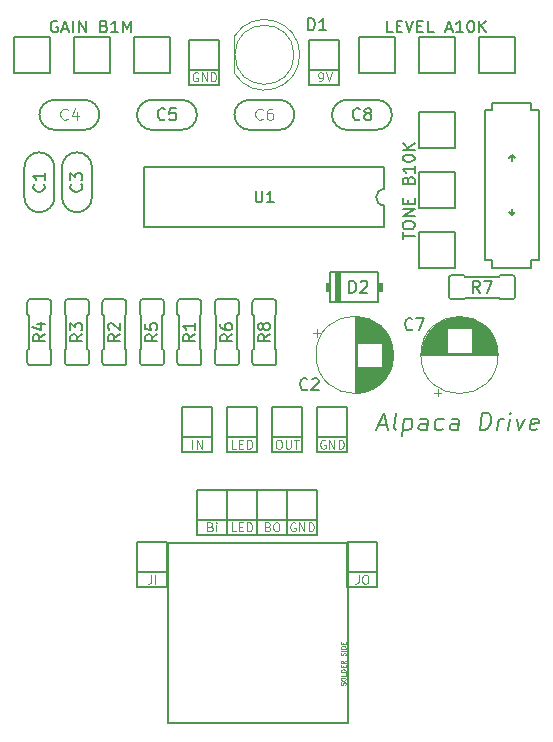
<source format=gbr>
G04 #@! TF.GenerationSoftware,KiCad,Pcbnew,(5.1.6-0-10_14)*
G04 #@! TF.CreationDate,2020-08-10T19:17:23+02:00*
G04 #@! TF.ProjectId,red-lama,7265642d-6c61-46d6-912e-6b696361645f,rev?*
G04 #@! TF.SameCoordinates,Original*
G04 #@! TF.FileFunction,Legend,Top*
G04 #@! TF.FilePolarity,Positive*
%FSLAX46Y46*%
G04 Gerber Fmt 4.6, Leading zero omitted, Abs format (unit mm)*
G04 Created by KiCad (PCBNEW (5.1.6-0-10_14)) date 2020-08-10 19:17:23*
%MOMM*%
%LPD*%
G01*
G04 APERTURE LIST*
%ADD10C,0.150000*%
%ADD11C,0.203200*%
%ADD12C,0.127000*%
%ADD13C,0.152400*%
%ADD14C,0.100000*%
%ADD15C,0.120000*%
%ADD16C,0.182880*%
%ADD17C,0.032512*%
%ADD18C,0.081280*%
G04 APERTURE END LIST*
D10*
X213468973Y-124075000D02*
X214183258Y-124075000D01*
X213272544Y-124503571D02*
X213960044Y-123003571D01*
X214272544Y-124503571D01*
X214986830Y-124503571D02*
X214852901Y-124432142D01*
X214799330Y-124289285D01*
X214960044Y-123003571D01*
X215683258Y-123503571D02*
X215495758Y-125003571D01*
X215674330Y-123575000D02*
X215826116Y-123503571D01*
X216111830Y-123503571D01*
X216245758Y-123575000D01*
X216308258Y-123646428D01*
X216361830Y-123789285D01*
X216308258Y-124217857D01*
X216218973Y-124360714D01*
X216138616Y-124432142D01*
X215986830Y-124503571D01*
X215701116Y-124503571D01*
X215567187Y-124432142D01*
X217558258Y-124503571D02*
X217656473Y-123717857D01*
X217602901Y-123575000D01*
X217468973Y-123503571D01*
X217183258Y-123503571D01*
X217031473Y-123575000D01*
X217567187Y-124432142D02*
X217415401Y-124503571D01*
X217058258Y-124503571D01*
X216924330Y-124432142D01*
X216870758Y-124289285D01*
X216888616Y-124146428D01*
X216977901Y-124003571D01*
X217129687Y-123932142D01*
X217486830Y-123932142D01*
X217638616Y-123860714D01*
X218924330Y-124432142D02*
X218772544Y-124503571D01*
X218486830Y-124503571D01*
X218352901Y-124432142D01*
X218290401Y-124360714D01*
X218236830Y-124217857D01*
X218290401Y-123789285D01*
X218379687Y-123646428D01*
X218460044Y-123575000D01*
X218611830Y-123503571D01*
X218897544Y-123503571D01*
X219031473Y-123575000D01*
X220201116Y-124503571D02*
X220299330Y-123717857D01*
X220245758Y-123575000D01*
X220111830Y-123503571D01*
X219826116Y-123503571D01*
X219674330Y-123575000D01*
X220210044Y-124432142D02*
X220058258Y-124503571D01*
X219701116Y-124503571D01*
X219567187Y-124432142D01*
X219513616Y-124289285D01*
X219531473Y-124146428D01*
X219620758Y-124003571D01*
X219772544Y-123932142D01*
X220129687Y-123932142D01*
X220281473Y-123860714D01*
X222058258Y-124503571D02*
X222245758Y-123003571D01*
X222602901Y-123003571D01*
X222808258Y-123075000D01*
X222933258Y-123217857D01*
X222986830Y-123360714D01*
X223022544Y-123646428D01*
X222995758Y-123860714D01*
X222888616Y-124146428D01*
X222799330Y-124289285D01*
X222638616Y-124432142D01*
X222415401Y-124503571D01*
X222058258Y-124503571D01*
X223558258Y-124503571D02*
X223683258Y-123503571D01*
X223647544Y-123789285D02*
X223736830Y-123646428D01*
X223817187Y-123575000D01*
X223968973Y-123503571D01*
X224111830Y-123503571D01*
X224486830Y-124503571D02*
X224611830Y-123503571D01*
X224674330Y-123003571D02*
X224593973Y-123075000D01*
X224656473Y-123146428D01*
X224736830Y-123075000D01*
X224674330Y-123003571D01*
X224656473Y-123146428D01*
X225183258Y-123503571D02*
X225415401Y-124503571D01*
X225897544Y-123503571D01*
X226924330Y-124432142D02*
X226772544Y-124503571D01*
X226486830Y-124503571D01*
X226352901Y-124432142D01*
X226299330Y-124289285D01*
X226370758Y-123717857D01*
X226460044Y-123575000D01*
X226611830Y-123503571D01*
X226897544Y-123503571D01*
X227031473Y-123575000D01*
X227085044Y-123717857D01*
X227067187Y-123860714D01*
X226335044Y-124003571D01*
D11*
X213995000Y-102235000D02*
X213995000Y-104076500D01*
X213995000Y-107315000D02*
X213995000Y-105473500D01*
X193675000Y-107315000D02*
X193675000Y-102235000D01*
X213995000Y-102235000D02*
X193675000Y-102235000D01*
X193675000Y-107315000D02*
X213995000Y-107315000D01*
X213995000Y-104076500D02*
G75*
G03*
X213995000Y-105473500I0J-698500D01*
G01*
D12*
X224790000Y-106299000D02*
X224536000Y-106045000D01*
X224790000Y-106299000D02*
X225044000Y-106045000D01*
X224790000Y-105791000D02*
X224790000Y-106299000D01*
X224790000Y-101219000D02*
X225044000Y-101473000D01*
X224790000Y-101219000D02*
X224536000Y-101473000D01*
X224790000Y-101727000D02*
X224790000Y-101219000D01*
D13*
X223139000Y-97409000D02*
X223139000Y-96774000D01*
X222504000Y-97409000D02*
X223139000Y-97409000D01*
X222504000Y-110109000D02*
X222504000Y-97409000D01*
X223139000Y-110109000D02*
X222504000Y-110109000D01*
X223139000Y-110744000D02*
X223139000Y-110109000D01*
X226441000Y-110744000D02*
X223139000Y-110744000D01*
X226441000Y-110109000D02*
X226441000Y-110744000D01*
X227076000Y-110109000D02*
X226441000Y-110109000D01*
X227076000Y-97409000D02*
X227076000Y-110109000D01*
X226441000Y-97409000D02*
X227076000Y-97409000D01*
X226441000Y-96774000D02*
X226441000Y-97409000D01*
X223139000Y-96774000D02*
X226441000Y-96774000D01*
X195666201Y-149320000D02*
X195666201Y-134080000D01*
X210906201Y-149320000D02*
X195666201Y-149320000D01*
X210906201Y-134080000D02*
X210906201Y-149320000D01*
X195666201Y-134080000D02*
X210906201Y-134080000D01*
D12*
X225044000Y-94234000D02*
X225044000Y-91186000D01*
X221996000Y-94234000D02*
X225044000Y-94234000D01*
X221996000Y-91186000D02*
X221996000Y-94234000D01*
X219964000Y-94234000D02*
X219964000Y-91186000D01*
X216916000Y-94234000D02*
X219964000Y-94234000D01*
X216916000Y-91186000D02*
X216916000Y-94234000D01*
X214884000Y-94234000D02*
X214884000Y-91186000D01*
X211836000Y-94234000D02*
X214884000Y-94234000D01*
X211836000Y-91186000D02*
X211836000Y-94234000D01*
X221996000Y-91186000D02*
X225044000Y-91186000D01*
X216916000Y-91186000D02*
X219964000Y-91186000D01*
X211836000Y-91186000D02*
X214884000Y-91186000D01*
X219964000Y-97536000D02*
X216916000Y-97536000D01*
X219964000Y-100584000D02*
X219964000Y-97536000D01*
X216916000Y-100584000D02*
X219964000Y-100584000D01*
X219964000Y-102616000D02*
X216916000Y-102616000D01*
X219964000Y-105664000D02*
X219964000Y-102616000D01*
X216916000Y-105664000D02*
X219964000Y-105664000D01*
X219964000Y-107696000D02*
X216916000Y-107696000D01*
X219964000Y-110744000D02*
X219964000Y-107696000D01*
X216916000Y-110744000D02*
X219964000Y-110744000D01*
X216916000Y-100584000D02*
X216916000Y-97536000D01*
X216916000Y-105664000D02*
X216916000Y-102616000D01*
X216916000Y-110744000D02*
X216916000Y-107696000D01*
X195834000Y-94234000D02*
X195834000Y-91186000D01*
X192786000Y-94234000D02*
X195834000Y-94234000D01*
X192786000Y-91186000D02*
X192786000Y-94234000D01*
X190754000Y-94234000D02*
X190754000Y-91186000D01*
X187706000Y-94234000D02*
X190754000Y-94234000D01*
X187706000Y-91186000D02*
X187706000Y-94234000D01*
X185674000Y-94234000D02*
X185674000Y-91186000D01*
X182626000Y-94234000D02*
X185674000Y-94234000D01*
X182626000Y-91186000D02*
X182626000Y-94234000D01*
X192786000Y-91186000D02*
X195834000Y-91186000D01*
X187706000Y-91186000D02*
X190754000Y-91186000D01*
X182626000Y-91186000D02*
X185674000Y-91186000D01*
D13*
X203073000Y-119015000D02*
X204597000Y-119015000D01*
X202819000Y-118761000D02*
X202819000Y-117745000D01*
X204851000Y-118761000D02*
X204851000Y-117745000D01*
X202946000Y-117618000D02*
X202946000Y-114792000D01*
X202946000Y-117618000D02*
X202819000Y-117745000D01*
X204724000Y-117618000D02*
X204724000Y-114792000D01*
X204724000Y-117618000D02*
X204851000Y-117745000D01*
X202946000Y-114792000D02*
X202819000Y-114665000D01*
X202819000Y-113649000D02*
X202819000Y-114665000D01*
X204724000Y-114792000D02*
X204851000Y-114665000D01*
X204851000Y-113649000D02*
X204851000Y-114665000D01*
X203073000Y-113395000D02*
X204597000Y-113395000D01*
X204597000Y-119015000D02*
G75*
G03*
X204851000Y-118761000I0J254000D01*
G01*
X203073000Y-119015000D02*
G75*
G02*
X202819000Y-118761000I0J254000D01*
G01*
X202819000Y-113649000D02*
G75*
G02*
X203073000Y-113395000I254000J0D01*
G01*
X204851000Y-113649000D02*
G75*
G03*
X204597000Y-113395000I-254000J0D01*
G01*
X225060000Y-113157000D02*
X225060000Y-111633000D01*
X224806000Y-113411000D02*
X223790000Y-113411000D01*
X224806000Y-111379000D02*
X223790000Y-111379000D01*
X223663000Y-113284000D02*
X220837000Y-113284000D01*
X223663000Y-113284000D02*
X223790000Y-113411000D01*
X223663000Y-111506000D02*
X220837000Y-111506000D01*
X223663000Y-111506000D02*
X223790000Y-111379000D01*
X220837000Y-113284000D02*
X220710000Y-113411000D01*
X219694000Y-113411000D02*
X220710000Y-113411000D01*
X220837000Y-111506000D02*
X220710000Y-111379000D01*
X219694000Y-111379000D02*
X220710000Y-111379000D01*
X219440000Y-113157000D02*
X219440000Y-111633000D01*
X225060000Y-111633000D02*
G75*
G03*
X224806000Y-111379000I-254000J0D01*
G01*
X225060000Y-113157000D02*
G75*
G02*
X224806000Y-113411000I-254000J0D01*
G01*
X219694000Y-113411000D02*
G75*
G02*
X219440000Y-113157000I0J254000D01*
G01*
X219694000Y-111379000D02*
G75*
G03*
X219440000Y-111633000I0J-254000D01*
G01*
X199898000Y-119015000D02*
X201422000Y-119015000D01*
X199644000Y-118761000D02*
X199644000Y-117745000D01*
X201676000Y-118761000D02*
X201676000Y-117745000D01*
X199771000Y-117618000D02*
X199771000Y-114792000D01*
X199771000Y-117618000D02*
X199644000Y-117745000D01*
X201549000Y-117618000D02*
X201549000Y-114792000D01*
X201549000Y-117618000D02*
X201676000Y-117745000D01*
X199771000Y-114792000D02*
X199644000Y-114665000D01*
X199644000Y-113649000D02*
X199644000Y-114665000D01*
X201549000Y-114792000D02*
X201676000Y-114665000D01*
X201676000Y-113649000D02*
X201676000Y-114665000D01*
X199898000Y-113395000D02*
X201422000Y-113395000D01*
X201422000Y-119015000D02*
G75*
G03*
X201676000Y-118761000I0J254000D01*
G01*
X199898000Y-119015000D02*
G75*
G02*
X199644000Y-118761000I0J254000D01*
G01*
X199644000Y-113649000D02*
G75*
G02*
X199898000Y-113395000I254000J0D01*
G01*
X201676000Y-113649000D02*
G75*
G03*
X201422000Y-113395000I-254000J0D01*
G01*
X193548000Y-119015000D02*
X195072000Y-119015000D01*
X193294000Y-118761000D02*
X193294000Y-117745000D01*
X195326000Y-118761000D02*
X195326000Y-117745000D01*
X193421000Y-117618000D02*
X193421000Y-114792000D01*
X193421000Y-117618000D02*
X193294000Y-117745000D01*
X195199000Y-117618000D02*
X195199000Y-114792000D01*
X195199000Y-117618000D02*
X195326000Y-117745000D01*
X193421000Y-114792000D02*
X193294000Y-114665000D01*
X193294000Y-113649000D02*
X193294000Y-114665000D01*
X195199000Y-114792000D02*
X195326000Y-114665000D01*
X195326000Y-113649000D02*
X195326000Y-114665000D01*
X193548000Y-113395000D02*
X195072000Y-113395000D01*
X195072000Y-119015000D02*
G75*
G03*
X195326000Y-118761000I0J254000D01*
G01*
X193548000Y-119015000D02*
G75*
G02*
X193294000Y-118761000I0J254000D01*
G01*
X193294000Y-113649000D02*
G75*
G02*
X193548000Y-113395000I254000J0D01*
G01*
X195326000Y-113649000D02*
G75*
G03*
X195072000Y-113395000I-254000J0D01*
G01*
X184023000Y-119015000D02*
X185547000Y-119015000D01*
X183769000Y-118761000D02*
X183769000Y-117745000D01*
X185801000Y-118761000D02*
X185801000Y-117745000D01*
X183896000Y-117618000D02*
X183896000Y-114792000D01*
X183896000Y-117618000D02*
X183769000Y-117745000D01*
X185674000Y-117618000D02*
X185674000Y-114792000D01*
X185674000Y-117618000D02*
X185801000Y-117745000D01*
X183896000Y-114792000D02*
X183769000Y-114665000D01*
X183769000Y-113649000D02*
X183769000Y-114665000D01*
X185674000Y-114792000D02*
X185801000Y-114665000D01*
X185801000Y-113649000D02*
X185801000Y-114665000D01*
X184023000Y-113395000D02*
X185547000Y-113395000D01*
X185547000Y-119015000D02*
G75*
G03*
X185801000Y-118761000I0J254000D01*
G01*
X184023000Y-119015000D02*
G75*
G02*
X183769000Y-118761000I0J254000D01*
G01*
X183769000Y-113649000D02*
G75*
G02*
X184023000Y-113395000I254000J0D01*
G01*
X185801000Y-113649000D02*
G75*
G03*
X185547000Y-113395000I-254000J0D01*
G01*
X187198000Y-119015000D02*
X188722000Y-119015000D01*
X186944000Y-118761000D02*
X186944000Y-117745000D01*
X188976000Y-118761000D02*
X188976000Y-117745000D01*
X187071000Y-117618000D02*
X187071000Y-114792000D01*
X187071000Y-117618000D02*
X186944000Y-117745000D01*
X188849000Y-117618000D02*
X188849000Y-114792000D01*
X188849000Y-117618000D02*
X188976000Y-117745000D01*
X187071000Y-114792000D02*
X186944000Y-114665000D01*
X186944000Y-113649000D02*
X186944000Y-114665000D01*
X188849000Y-114792000D02*
X188976000Y-114665000D01*
X188976000Y-113649000D02*
X188976000Y-114665000D01*
X187198000Y-113395000D02*
X188722000Y-113395000D01*
X188722000Y-119015000D02*
G75*
G03*
X188976000Y-118761000I0J254000D01*
G01*
X187198000Y-119015000D02*
G75*
G02*
X186944000Y-118761000I0J254000D01*
G01*
X186944000Y-113649000D02*
G75*
G02*
X187198000Y-113395000I254000J0D01*
G01*
X188976000Y-113649000D02*
G75*
G03*
X188722000Y-113395000I-254000J0D01*
G01*
X191897000Y-113395000D02*
X190373000Y-113395000D01*
X192151000Y-113649000D02*
X192151000Y-114665000D01*
X190119000Y-113649000D02*
X190119000Y-114665000D01*
X192024000Y-114792000D02*
X192024000Y-117618000D01*
X192024000Y-114792000D02*
X192151000Y-114665000D01*
X190246000Y-114792000D02*
X190246000Y-117618000D01*
X190246000Y-114792000D02*
X190119000Y-114665000D01*
X192024000Y-117618000D02*
X192151000Y-117745000D01*
X192151000Y-118761000D02*
X192151000Y-117745000D01*
X190246000Y-117618000D02*
X190119000Y-117745000D01*
X190119000Y-118761000D02*
X190119000Y-117745000D01*
X191897000Y-119015000D02*
X190373000Y-119015000D01*
X190373000Y-113395000D02*
G75*
G03*
X190119000Y-113649000I0J-254000D01*
G01*
X191897000Y-113395000D02*
G75*
G02*
X192151000Y-113649000I0J-254000D01*
G01*
X192151000Y-118761000D02*
G75*
G02*
X191897000Y-119015000I-254000J0D01*
G01*
X190119000Y-118761000D02*
G75*
G03*
X190373000Y-119015000I254000J0D01*
G01*
X198247000Y-113395000D02*
X196723000Y-113395000D01*
X198501000Y-113649000D02*
X198501000Y-114665000D01*
X196469000Y-113649000D02*
X196469000Y-114665000D01*
X198374000Y-114792000D02*
X198374000Y-117618000D01*
X198374000Y-114792000D02*
X198501000Y-114665000D01*
X196596000Y-114792000D02*
X196596000Y-117618000D01*
X196596000Y-114792000D02*
X196469000Y-114665000D01*
X198374000Y-117618000D02*
X198501000Y-117745000D01*
X198501000Y-118761000D02*
X198501000Y-117745000D01*
X196596000Y-117618000D02*
X196469000Y-117745000D01*
X196469000Y-118761000D02*
X196469000Y-117745000D01*
X198247000Y-119015000D02*
X196723000Y-119015000D01*
X196723000Y-113395000D02*
G75*
G03*
X196469000Y-113649000I0J-254000D01*
G01*
X198247000Y-113395000D02*
G75*
G02*
X198501000Y-113649000I0J-254000D01*
G01*
X198501000Y-118761000D02*
G75*
G02*
X198247000Y-119015000I-254000J0D01*
G01*
X196469000Y-118761000D02*
G75*
G03*
X196723000Y-119015000I254000J0D01*
G01*
X208280000Y-133350000D02*
X208280000Y-132080000D01*
X205740000Y-133350000D02*
X208280000Y-133350000D01*
X205740000Y-132080000D02*
X205740000Y-133350000D01*
X205740000Y-132080000D02*
X205740000Y-129540000D01*
X208280000Y-132080000D02*
X205740000Y-132080000D01*
X208280000Y-129540000D02*
X208280000Y-132080000D01*
X205740000Y-129540000D02*
X208280000Y-129540000D01*
X203200000Y-133350000D02*
X203200000Y-132080000D01*
X200660000Y-133350000D02*
X203200000Y-133350000D01*
X200660000Y-132080000D02*
X200660000Y-133350000D01*
X200660000Y-132080000D02*
X200660000Y-129540000D01*
X203200000Y-132080000D02*
X200660000Y-132080000D01*
X203200000Y-129540000D02*
X203200000Y-132080000D01*
X200660000Y-129540000D02*
X203200000Y-129540000D01*
X195580000Y-137795000D02*
X195580000Y-136525000D01*
X193040000Y-137795000D02*
X195580000Y-137795000D01*
X193040000Y-136525000D02*
X193040000Y-137795000D01*
X193040000Y-136525000D02*
X193040000Y-133985000D01*
X195580000Y-136525000D02*
X193040000Y-136525000D01*
X195580000Y-133985000D02*
X195580000Y-136525000D01*
X193040000Y-133985000D02*
X195580000Y-133985000D01*
X205740000Y-133350000D02*
X205740000Y-132080000D01*
X203200000Y-133350000D02*
X205740000Y-133350000D01*
X203200000Y-132080000D02*
X203200000Y-133350000D01*
X203200000Y-132080000D02*
X203200000Y-129540000D01*
X205740000Y-132080000D02*
X203200000Y-132080000D01*
X205740000Y-129540000D02*
X205740000Y-132080000D01*
X203200000Y-129540000D02*
X205740000Y-129540000D01*
X213360000Y-137795000D02*
X213360000Y-136525000D01*
X210820000Y-137795000D02*
X213360000Y-137795000D01*
X210820000Y-136525000D02*
X210820000Y-137795000D01*
X210820000Y-136525000D02*
X210820000Y-133985000D01*
X213360000Y-136525000D02*
X210820000Y-136525000D01*
X213360000Y-133985000D02*
X213360000Y-136525000D01*
X210820000Y-133985000D02*
X213360000Y-133985000D01*
X200660000Y-133350000D02*
X200660000Y-132080000D01*
X198120000Y-133350000D02*
X200660000Y-133350000D01*
X198120000Y-132080000D02*
X198120000Y-133350000D01*
X198120000Y-132080000D02*
X198120000Y-129540000D01*
X200660000Y-132080000D02*
X198120000Y-132080000D01*
X200660000Y-129540000D02*
X200660000Y-132080000D01*
X198120000Y-129540000D02*
X200660000Y-129540000D01*
X207010000Y-126365000D02*
X207010000Y-125095000D01*
X204470000Y-126365000D02*
X207010000Y-126365000D01*
X204470000Y-125095000D02*
X204470000Y-126365000D01*
X204470000Y-125095000D02*
X204470000Y-122555000D01*
X207010000Y-125095000D02*
X204470000Y-125095000D01*
X207010000Y-122555000D02*
X207010000Y-125095000D01*
X204470000Y-122555000D02*
X207010000Y-122555000D01*
X200025000Y-95250000D02*
X200025000Y-93980000D01*
X197485000Y-95250000D02*
X200025000Y-95250000D01*
X197485000Y-93980000D02*
X197485000Y-95250000D01*
X197485000Y-93980000D02*
X197485000Y-91440000D01*
X200025000Y-93980000D02*
X197485000Y-93980000D01*
X200025000Y-91440000D02*
X200025000Y-93980000D01*
X197485000Y-91440000D02*
X200025000Y-91440000D01*
X203200000Y-126365000D02*
X203200000Y-125095000D01*
X200660000Y-126365000D02*
X203200000Y-126365000D01*
X200660000Y-125095000D02*
X200660000Y-126365000D01*
X200660000Y-125095000D02*
X200660000Y-122555000D01*
X203200000Y-125095000D02*
X200660000Y-125095000D01*
X203200000Y-122555000D02*
X203200000Y-125095000D01*
X200660000Y-122555000D02*
X203200000Y-122555000D01*
X210820000Y-126365000D02*
X210820000Y-125095000D01*
X208280000Y-126365000D02*
X210820000Y-126365000D01*
X208280000Y-125095000D02*
X208280000Y-126365000D01*
X208280000Y-125095000D02*
X208280000Y-122555000D01*
X210820000Y-125095000D02*
X208280000Y-125095000D01*
X210820000Y-122555000D02*
X210820000Y-125095000D01*
X208280000Y-122555000D02*
X210820000Y-122555000D01*
X199390000Y-126365000D02*
X199390000Y-125095000D01*
X196850000Y-126365000D02*
X199390000Y-126365000D01*
X196850000Y-125095000D02*
X196850000Y-126365000D01*
X196850000Y-125095000D02*
X196850000Y-122555000D01*
X199390000Y-125095000D02*
X196850000Y-125095000D01*
X199390000Y-122555000D02*
X199390000Y-125095000D01*
X196850000Y-122555000D02*
X199390000Y-122555000D01*
X210185000Y-95250000D02*
X210185000Y-93980000D01*
X207645000Y-95250000D02*
X210185000Y-95250000D01*
X207645000Y-93980000D02*
X207645000Y-95250000D01*
X207645000Y-93980000D02*
X207645000Y-91440000D01*
X210185000Y-93980000D02*
X207645000Y-93980000D01*
X210185000Y-91440000D02*
X210185000Y-93980000D01*
X207645000Y-91440000D02*
X210185000Y-91440000D01*
D14*
G36*
X213487000Y-112776000D02*
G01*
X213868000Y-112776000D01*
X213868000Y-112014000D01*
X213487000Y-112014000D01*
X213487000Y-112776000D01*
G37*
G36*
X209042000Y-112776000D02*
G01*
X209423000Y-112776000D01*
X209423000Y-112014000D01*
X209042000Y-112014000D01*
X209042000Y-112776000D01*
G37*
G36*
X209804000Y-113665000D02*
G01*
X210312000Y-113665000D01*
X210312000Y-111125000D01*
X209804000Y-111125000D01*
X209804000Y-113665000D01*
G37*
D13*
X209423000Y-111125000D02*
X209423000Y-113665000D01*
X209423000Y-111125000D02*
X213487000Y-111125000D01*
X213487000Y-113665000D02*
X213487000Y-111125000D01*
X213487000Y-113665000D02*
X209423000Y-113665000D01*
D15*
X201275000Y-91165000D02*
X201275000Y-94255000D01*
X206335000Y-92710000D02*
G75*
G03*
X206335000Y-92710000I-2500000J0D01*
G01*
X206825000Y-92709538D02*
G75*
G02*
X201275000Y-94254830I-2990000J-462D01*
G01*
X206825000Y-92710462D02*
G75*
G03*
X201275000Y-91165170I-2990000J462D01*
G01*
D13*
X213360000Y-96520000D02*
X210820000Y-96520000D01*
X212725000Y-99060000D02*
X213360000Y-99060000D01*
X210820000Y-99060000D02*
X212725000Y-99060000D01*
X213360000Y-96520000D02*
G75*
G02*
X214630000Y-97790000I0J-1270000D01*
G01*
X214630000Y-97790000D02*
G75*
G02*
X213360000Y-99060000I-1270000J0D01*
G01*
X210820000Y-99060000D02*
G75*
G02*
X209550000Y-97790000I0J1270000D01*
G01*
X209550000Y-97790000D02*
G75*
G02*
X210820000Y-96520000I1270000J0D01*
G01*
D15*
X218191000Y-121315241D02*
X218821000Y-121315241D01*
X218506000Y-121630241D02*
X218506000Y-121000241D01*
X219943000Y-114889000D02*
X220747000Y-114889000D01*
X219712000Y-114929000D02*
X220978000Y-114929000D01*
X219543000Y-114969000D02*
X221147000Y-114969000D01*
X219405000Y-115009000D02*
X221285000Y-115009000D01*
X219286000Y-115049000D02*
X221404000Y-115049000D01*
X219180000Y-115089000D02*
X221510000Y-115089000D01*
X219083000Y-115129000D02*
X221607000Y-115129000D01*
X218995000Y-115169000D02*
X221695000Y-115169000D01*
X218913000Y-115209000D02*
X221777000Y-115209000D01*
X218836000Y-115249000D02*
X221854000Y-115249000D01*
X218764000Y-115289000D02*
X221926000Y-115289000D01*
X218695000Y-115329000D02*
X221995000Y-115329000D01*
X218631000Y-115369000D02*
X222059000Y-115369000D01*
X218569000Y-115409000D02*
X222121000Y-115409000D01*
X218511000Y-115449000D02*
X222179000Y-115449000D01*
X218455000Y-115489000D02*
X222235000Y-115489000D01*
X218401000Y-115529000D02*
X222289000Y-115529000D01*
X218350000Y-115569000D02*
X222340000Y-115569000D01*
X218301000Y-115609000D02*
X222389000Y-115609000D01*
X218253000Y-115649000D02*
X222437000Y-115649000D01*
X218208000Y-115689000D02*
X222482000Y-115689000D01*
X218163000Y-115729000D02*
X222527000Y-115729000D01*
X218121000Y-115769000D02*
X222569000Y-115769000D01*
X218080000Y-115809000D02*
X222610000Y-115809000D01*
X221385000Y-115849000D02*
X222650000Y-115849000D01*
X218040000Y-115849000D02*
X219305000Y-115849000D01*
X221385000Y-115889000D02*
X222688000Y-115889000D01*
X218002000Y-115889000D02*
X219305000Y-115889000D01*
X221385000Y-115929000D02*
X222725000Y-115929000D01*
X217965000Y-115929000D02*
X219305000Y-115929000D01*
X221385000Y-115969000D02*
X222761000Y-115969000D01*
X217929000Y-115969000D02*
X219305000Y-115969000D01*
X221385000Y-116009000D02*
X222795000Y-116009000D01*
X217895000Y-116009000D02*
X219305000Y-116009000D01*
X221385000Y-116049000D02*
X222829000Y-116049000D01*
X217861000Y-116049000D02*
X219305000Y-116049000D01*
X221385000Y-116089000D02*
X222861000Y-116089000D01*
X217829000Y-116089000D02*
X219305000Y-116089000D01*
X221385000Y-116129000D02*
X222893000Y-116129000D01*
X217797000Y-116129000D02*
X219305000Y-116129000D01*
X221385000Y-116169000D02*
X222923000Y-116169000D01*
X217767000Y-116169000D02*
X219305000Y-116169000D01*
X221385000Y-116209000D02*
X222952000Y-116209000D01*
X217738000Y-116209000D02*
X219305000Y-116209000D01*
X221385000Y-116249000D02*
X222981000Y-116249000D01*
X217709000Y-116249000D02*
X219305000Y-116249000D01*
X221385000Y-116289000D02*
X223009000Y-116289000D01*
X217681000Y-116289000D02*
X219305000Y-116289000D01*
X221385000Y-116329000D02*
X223035000Y-116329000D01*
X217655000Y-116329000D02*
X219305000Y-116329000D01*
X221385000Y-116369000D02*
X223061000Y-116369000D01*
X217629000Y-116369000D02*
X219305000Y-116369000D01*
X221385000Y-116409000D02*
X223087000Y-116409000D01*
X217603000Y-116409000D02*
X219305000Y-116409000D01*
X221385000Y-116449000D02*
X223111000Y-116449000D01*
X217579000Y-116449000D02*
X219305000Y-116449000D01*
X221385000Y-116489000D02*
X223135000Y-116489000D01*
X217555000Y-116489000D02*
X219305000Y-116489000D01*
X221385000Y-116529000D02*
X223157000Y-116529000D01*
X217533000Y-116529000D02*
X219305000Y-116529000D01*
X221385000Y-116569000D02*
X223179000Y-116569000D01*
X217511000Y-116569000D02*
X219305000Y-116569000D01*
X221385000Y-116609000D02*
X223201000Y-116609000D01*
X217489000Y-116609000D02*
X219305000Y-116609000D01*
X221385000Y-116649000D02*
X223221000Y-116649000D01*
X217469000Y-116649000D02*
X219305000Y-116649000D01*
X221385000Y-116689000D02*
X223241000Y-116689000D01*
X217449000Y-116689000D02*
X219305000Y-116689000D01*
X221385000Y-116729000D02*
X223261000Y-116729000D01*
X217429000Y-116729000D02*
X219305000Y-116729000D01*
X221385000Y-116769000D02*
X223279000Y-116769000D01*
X217411000Y-116769000D02*
X219305000Y-116769000D01*
X221385000Y-116809000D02*
X223297000Y-116809000D01*
X217393000Y-116809000D02*
X219305000Y-116809000D01*
X221385000Y-116849000D02*
X223315000Y-116849000D01*
X217375000Y-116849000D02*
X219305000Y-116849000D01*
X221385000Y-116889000D02*
X223331000Y-116889000D01*
X217359000Y-116889000D02*
X219305000Y-116889000D01*
X221385000Y-116929000D02*
X223347000Y-116929000D01*
X217343000Y-116929000D02*
X219305000Y-116929000D01*
X221385000Y-116969000D02*
X223363000Y-116969000D01*
X217327000Y-116969000D02*
X219305000Y-116969000D01*
X221385000Y-117009000D02*
X223378000Y-117009000D01*
X217312000Y-117009000D02*
X219305000Y-117009000D01*
X221385000Y-117049000D02*
X223392000Y-117049000D01*
X217298000Y-117049000D02*
X219305000Y-117049000D01*
X221385000Y-117089000D02*
X223406000Y-117089000D01*
X217284000Y-117089000D02*
X219305000Y-117089000D01*
X221385000Y-117129000D02*
X223419000Y-117129000D01*
X217271000Y-117129000D02*
X219305000Y-117129000D01*
X221385000Y-117169000D02*
X223431000Y-117169000D01*
X217259000Y-117169000D02*
X219305000Y-117169000D01*
X221385000Y-117209000D02*
X223443000Y-117209000D01*
X217247000Y-117209000D02*
X219305000Y-117209000D01*
X221385000Y-117249000D02*
X223455000Y-117249000D01*
X217235000Y-117249000D02*
X219305000Y-117249000D01*
X221385000Y-117289000D02*
X223466000Y-117289000D01*
X217224000Y-117289000D02*
X219305000Y-117289000D01*
X221385000Y-117329000D02*
X223476000Y-117329000D01*
X217214000Y-117329000D02*
X219305000Y-117329000D01*
X221385000Y-117369000D02*
X223486000Y-117369000D01*
X217204000Y-117369000D02*
X219305000Y-117369000D01*
X221385000Y-117409000D02*
X223495000Y-117409000D01*
X217195000Y-117409000D02*
X219305000Y-117409000D01*
X221385000Y-117450000D02*
X223504000Y-117450000D01*
X217186000Y-117450000D02*
X219305000Y-117450000D01*
X221385000Y-117490000D02*
X223512000Y-117490000D01*
X217178000Y-117490000D02*
X219305000Y-117490000D01*
X221385000Y-117530000D02*
X223520000Y-117530000D01*
X217170000Y-117530000D02*
X219305000Y-117530000D01*
X221385000Y-117570000D02*
X223527000Y-117570000D01*
X217163000Y-117570000D02*
X219305000Y-117570000D01*
X221385000Y-117610000D02*
X223534000Y-117610000D01*
X217156000Y-117610000D02*
X219305000Y-117610000D01*
X221385000Y-117650000D02*
X223540000Y-117650000D01*
X217150000Y-117650000D02*
X219305000Y-117650000D01*
X221385000Y-117690000D02*
X223546000Y-117690000D01*
X217144000Y-117690000D02*
X219305000Y-117690000D01*
X221385000Y-117730000D02*
X223551000Y-117730000D01*
X217139000Y-117730000D02*
X219305000Y-117730000D01*
X221385000Y-117770000D02*
X223556000Y-117770000D01*
X217134000Y-117770000D02*
X219305000Y-117770000D01*
X221385000Y-117810000D02*
X223560000Y-117810000D01*
X217130000Y-117810000D02*
X219305000Y-117810000D01*
X221385000Y-117850000D02*
X223563000Y-117850000D01*
X217127000Y-117850000D02*
X219305000Y-117850000D01*
X221385000Y-117890000D02*
X223567000Y-117890000D01*
X217123000Y-117890000D02*
X219305000Y-117890000D01*
X217121000Y-117930000D02*
X223569000Y-117930000D01*
X217118000Y-117970000D02*
X223572000Y-117970000D01*
X217117000Y-118010000D02*
X223573000Y-118010000D01*
X217115000Y-118050000D02*
X223575000Y-118050000D01*
X217115000Y-118090000D02*
X223575000Y-118090000D01*
X217115000Y-118130000D02*
X223575000Y-118130000D01*
X223615000Y-118130000D02*
G75*
G03*
X223615000Y-118130000I-3270000J0D01*
G01*
D13*
X202565000Y-99060000D02*
X205105000Y-99060000D01*
X203200000Y-96520000D02*
X202565000Y-96520000D01*
X205105000Y-96520000D02*
X203200000Y-96520000D01*
X202565000Y-99060000D02*
G75*
G02*
X201295000Y-97790000I0J1270000D01*
G01*
X201295000Y-97790000D02*
G75*
G02*
X202565000Y-96520000I1270000J0D01*
G01*
X205105000Y-96520000D02*
G75*
G02*
X206375000Y-97790000I0J-1270000D01*
G01*
X206375000Y-97790000D02*
G75*
G02*
X205105000Y-99060000I-1270000J0D01*
G01*
X194310000Y-99060000D02*
X196850000Y-99060000D01*
X194945000Y-96520000D02*
X194310000Y-96520000D01*
X196850000Y-96520000D02*
X194945000Y-96520000D01*
X194310000Y-99060000D02*
G75*
G02*
X193040000Y-97790000I0J1270000D01*
G01*
X193040000Y-97790000D02*
G75*
G02*
X194310000Y-96520000I1270000J0D01*
G01*
X196850000Y-96520000D02*
G75*
G02*
X198120000Y-97790000I0J-1270000D01*
G01*
X198120000Y-97790000D02*
G75*
G02*
X196850000Y-99060000I-1270000J0D01*
G01*
X186055000Y-99060000D02*
X188595000Y-99060000D01*
X186690000Y-96520000D02*
X186055000Y-96520000D01*
X188595000Y-96520000D02*
X186690000Y-96520000D01*
X186055000Y-99060000D02*
G75*
G02*
X184785000Y-97790000I0J1270000D01*
G01*
X184785000Y-97790000D02*
G75*
G02*
X186055000Y-96520000I1270000J0D01*
G01*
X188595000Y-96520000D02*
G75*
G02*
X189865000Y-97790000I0J-1270000D01*
G01*
X189865000Y-97790000D02*
G75*
G02*
X188595000Y-99060000I-1270000J0D01*
G01*
X189230000Y-104775000D02*
X189230000Y-102235000D01*
X186690000Y-104140000D02*
X186690000Y-104775000D01*
X186690000Y-102235000D02*
X186690000Y-104140000D01*
X189230000Y-104775000D02*
G75*
G02*
X187960000Y-106045000I-1270000J0D01*
G01*
X187960000Y-106045000D02*
G75*
G02*
X186690000Y-104775000I0J1270000D01*
G01*
X186690000Y-102235000D02*
G75*
G02*
X187960000Y-100965000I1270000J0D01*
G01*
X187960000Y-100965000D02*
G75*
G02*
X189230000Y-102235000I0J-1270000D01*
G01*
D15*
X208289759Y-115956000D02*
X208289759Y-116586000D01*
X207974759Y-116271000D02*
X208604759Y-116271000D01*
X214716000Y-117708000D02*
X214716000Y-118512000D01*
X214676000Y-117477000D02*
X214676000Y-118743000D01*
X214636000Y-117308000D02*
X214636000Y-118912000D01*
X214596000Y-117170000D02*
X214596000Y-119050000D01*
X214556000Y-117051000D02*
X214556000Y-119169000D01*
X214516000Y-116945000D02*
X214516000Y-119275000D01*
X214476000Y-116848000D02*
X214476000Y-119372000D01*
X214436000Y-116760000D02*
X214436000Y-119460000D01*
X214396000Y-116678000D02*
X214396000Y-119542000D01*
X214356000Y-116601000D02*
X214356000Y-119619000D01*
X214316000Y-116529000D02*
X214316000Y-119691000D01*
X214276000Y-116460000D02*
X214276000Y-119760000D01*
X214236000Y-116396000D02*
X214236000Y-119824000D01*
X214196000Y-116334000D02*
X214196000Y-119886000D01*
X214156000Y-116276000D02*
X214156000Y-119944000D01*
X214116000Y-116220000D02*
X214116000Y-120000000D01*
X214076000Y-116166000D02*
X214076000Y-120054000D01*
X214036000Y-116115000D02*
X214036000Y-120105000D01*
X213996000Y-116066000D02*
X213996000Y-120154000D01*
X213956000Y-116018000D02*
X213956000Y-120202000D01*
X213916000Y-115973000D02*
X213916000Y-120247000D01*
X213876000Y-115928000D02*
X213876000Y-120292000D01*
X213836000Y-115886000D02*
X213836000Y-120334000D01*
X213796000Y-115845000D02*
X213796000Y-120375000D01*
X213756000Y-119150000D02*
X213756000Y-120415000D01*
X213756000Y-115805000D02*
X213756000Y-117070000D01*
X213716000Y-119150000D02*
X213716000Y-120453000D01*
X213716000Y-115767000D02*
X213716000Y-117070000D01*
X213676000Y-119150000D02*
X213676000Y-120490000D01*
X213676000Y-115730000D02*
X213676000Y-117070000D01*
X213636000Y-119150000D02*
X213636000Y-120526000D01*
X213636000Y-115694000D02*
X213636000Y-117070000D01*
X213596000Y-119150000D02*
X213596000Y-120560000D01*
X213596000Y-115660000D02*
X213596000Y-117070000D01*
X213556000Y-119150000D02*
X213556000Y-120594000D01*
X213556000Y-115626000D02*
X213556000Y-117070000D01*
X213516000Y-119150000D02*
X213516000Y-120626000D01*
X213516000Y-115594000D02*
X213516000Y-117070000D01*
X213476000Y-119150000D02*
X213476000Y-120658000D01*
X213476000Y-115562000D02*
X213476000Y-117070000D01*
X213436000Y-119150000D02*
X213436000Y-120688000D01*
X213436000Y-115532000D02*
X213436000Y-117070000D01*
X213396000Y-119150000D02*
X213396000Y-120717000D01*
X213396000Y-115503000D02*
X213396000Y-117070000D01*
X213356000Y-119150000D02*
X213356000Y-120746000D01*
X213356000Y-115474000D02*
X213356000Y-117070000D01*
X213316000Y-119150000D02*
X213316000Y-120774000D01*
X213316000Y-115446000D02*
X213316000Y-117070000D01*
X213276000Y-119150000D02*
X213276000Y-120800000D01*
X213276000Y-115420000D02*
X213276000Y-117070000D01*
X213236000Y-119150000D02*
X213236000Y-120826000D01*
X213236000Y-115394000D02*
X213236000Y-117070000D01*
X213196000Y-119150000D02*
X213196000Y-120852000D01*
X213196000Y-115368000D02*
X213196000Y-117070000D01*
X213156000Y-119150000D02*
X213156000Y-120876000D01*
X213156000Y-115344000D02*
X213156000Y-117070000D01*
X213116000Y-119150000D02*
X213116000Y-120900000D01*
X213116000Y-115320000D02*
X213116000Y-117070000D01*
X213076000Y-119150000D02*
X213076000Y-120922000D01*
X213076000Y-115298000D02*
X213076000Y-117070000D01*
X213036000Y-119150000D02*
X213036000Y-120944000D01*
X213036000Y-115276000D02*
X213036000Y-117070000D01*
X212996000Y-119150000D02*
X212996000Y-120966000D01*
X212996000Y-115254000D02*
X212996000Y-117070000D01*
X212956000Y-119150000D02*
X212956000Y-120986000D01*
X212956000Y-115234000D02*
X212956000Y-117070000D01*
X212916000Y-119150000D02*
X212916000Y-121006000D01*
X212916000Y-115214000D02*
X212916000Y-117070000D01*
X212876000Y-119150000D02*
X212876000Y-121026000D01*
X212876000Y-115194000D02*
X212876000Y-117070000D01*
X212836000Y-119150000D02*
X212836000Y-121044000D01*
X212836000Y-115176000D02*
X212836000Y-117070000D01*
X212796000Y-119150000D02*
X212796000Y-121062000D01*
X212796000Y-115158000D02*
X212796000Y-117070000D01*
X212756000Y-119150000D02*
X212756000Y-121080000D01*
X212756000Y-115140000D02*
X212756000Y-117070000D01*
X212716000Y-119150000D02*
X212716000Y-121096000D01*
X212716000Y-115124000D02*
X212716000Y-117070000D01*
X212676000Y-119150000D02*
X212676000Y-121112000D01*
X212676000Y-115108000D02*
X212676000Y-117070000D01*
X212636000Y-119150000D02*
X212636000Y-121128000D01*
X212636000Y-115092000D02*
X212636000Y-117070000D01*
X212596000Y-119150000D02*
X212596000Y-121143000D01*
X212596000Y-115077000D02*
X212596000Y-117070000D01*
X212556000Y-119150000D02*
X212556000Y-121157000D01*
X212556000Y-115063000D02*
X212556000Y-117070000D01*
X212516000Y-119150000D02*
X212516000Y-121171000D01*
X212516000Y-115049000D02*
X212516000Y-117070000D01*
X212476000Y-119150000D02*
X212476000Y-121184000D01*
X212476000Y-115036000D02*
X212476000Y-117070000D01*
X212436000Y-119150000D02*
X212436000Y-121196000D01*
X212436000Y-115024000D02*
X212436000Y-117070000D01*
X212396000Y-119150000D02*
X212396000Y-121208000D01*
X212396000Y-115012000D02*
X212396000Y-117070000D01*
X212356000Y-119150000D02*
X212356000Y-121220000D01*
X212356000Y-115000000D02*
X212356000Y-117070000D01*
X212316000Y-119150000D02*
X212316000Y-121231000D01*
X212316000Y-114989000D02*
X212316000Y-117070000D01*
X212276000Y-119150000D02*
X212276000Y-121241000D01*
X212276000Y-114979000D02*
X212276000Y-117070000D01*
X212236000Y-119150000D02*
X212236000Y-121251000D01*
X212236000Y-114969000D02*
X212236000Y-117070000D01*
X212196000Y-119150000D02*
X212196000Y-121260000D01*
X212196000Y-114960000D02*
X212196000Y-117070000D01*
X212155000Y-119150000D02*
X212155000Y-121269000D01*
X212155000Y-114951000D02*
X212155000Y-117070000D01*
X212115000Y-119150000D02*
X212115000Y-121277000D01*
X212115000Y-114943000D02*
X212115000Y-117070000D01*
X212075000Y-119150000D02*
X212075000Y-121285000D01*
X212075000Y-114935000D02*
X212075000Y-117070000D01*
X212035000Y-119150000D02*
X212035000Y-121292000D01*
X212035000Y-114928000D02*
X212035000Y-117070000D01*
X211995000Y-119150000D02*
X211995000Y-121299000D01*
X211995000Y-114921000D02*
X211995000Y-117070000D01*
X211955000Y-119150000D02*
X211955000Y-121305000D01*
X211955000Y-114915000D02*
X211955000Y-117070000D01*
X211915000Y-119150000D02*
X211915000Y-121311000D01*
X211915000Y-114909000D02*
X211915000Y-117070000D01*
X211875000Y-119150000D02*
X211875000Y-121316000D01*
X211875000Y-114904000D02*
X211875000Y-117070000D01*
X211835000Y-119150000D02*
X211835000Y-121321000D01*
X211835000Y-114899000D02*
X211835000Y-117070000D01*
X211795000Y-119150000D02*
X211795000Y-121325000D01*
X211795000Y-114895000D02*
X211795000Y-117070000D01*
X211755000Y-119150000D02*
X211755000Y-121328000D01*
X211755000Y-114892000D02*
X211755000Y-117070000D01*
X211715000Y-119150000D02*
X211715000Y-121332000D01*
X211715000Y-114888000D02*
X211715000Y-117070000D01*
X211675000Y-114886000D02*
X211675000Y-121334000D01*
X211635000Y-114883000D02*
X211635000Y-121337000D01*
X211595000Y-114882000D02*
X211595000Y-121338000D01*
X211555000Y-114880000D02*
X211555000Y-121340000D01*
X211515000Y-114880000D02*
X211515000Y-121340000D01*
X211475000Y-114880000D02*
X211475000Y-121340000D01*
X214745000Y-118110000D02*
G75*
G03*
X214745000Y-118110000I-3270000J0D01*
G01*
D13*
X186055000Y-104775000D02*
X186055000Y-102235000D01*
X183515000Y-104140000D02*
X183515000Y-104775000D01*
X183515000Y-102235000D02*
X183515000Y-104140000D01*
X186055000Y-104775000D02*
G75*
G02*
X184785000Y-106045000I-1270000J0D01*
G01*
X184785000Y-106045000D02*
G75*
G02*
X183515000Y-104775000I0J1270000D01*
G01*
X183515000Y-102235000D02*
G75*
G02*
X184785000Y-100965000I1270000J0D01*
G01*
X184785000Y-100965000D02*
G75*
G02*
X186055000Y-102235000I0J-1270000D01*
G01*
D16*
X203099609Y-104246438D02*
X203099609Y-105027790D01*
X203145571Y-105119714D01*
X203191533Y-105165676D01*
X203283457Y-105211638D01*
X203467304Y-105211638D01*
X203559228Y-105165676D01*
X203605190Y-105119714D01*
X203651152Y-105027790D01*
X203651152Y-104246438D01*
X204616352Y-105211638D02*
X204064809Y-105211638D01*
X204340580Y-105211638D02*
X204340580Y-104246438D01*
X204248657Y-104384323D01*
X204156733Y-104476247D01*
X204064809Y-104522209D01*
D17*
X210681471Y-146060091D02*
X210699856Y-146004937D01*
X210699856Y-145913013D01*
X210681471Y-145876243D01*
X210663086Y-145857859D01*
X210626317Y-145839474D01*
X210589547Y-145839474D01*
X210552778Y-145857859D01*
X210534393Y-145876243D01*
X210516008Y-145913013D01*
X210497623Y-145986552D01*
X210479239Y-146023321D01*
X210460854Y-146041706D01*
X210424084Y-146060091D01*
X210387315Y-146060091D01*
X210350545Y-146041706D01*
X210332161Y-146023321D01*
X210313776Y-145986552D01*
X210313776Y-145894628D01*
X210332161Y-145839474D01*
X210313776Y-145600472D02*
X210313776Y-145526933D01*
X210332161Y-145490163D01*
X210368930Y-145453394D01*
X210442469Y-145435009D01*
X210571162Y-145435009D01*
X210644701Y-145453394D01*
X210681471Y-145490163D01*
X210699856Y-145526933D01*
X210699856Y-145600472D01*
X210681471Y-145637241D01*
X210644701Y-145674011D01*
X210571162Y-145692396D01*
X210442469Y-145692396D01*
X210368930Y-145674011D01*
X210332161Y-145637241D01*
X210313776Y-145600472D01*
X210699856Y-145085699D02*
X210699856Y-145269546D01*
X210313776Y-145269546D01*
X210699856Y-144957005D02*
X210313776Y-144957005D01*
X210313776Y-144865081D01*
X210332161Y-144809927D01*
X210368930Y-144773158D01*
X210405700Y-144754773D01*
X210479239Y-144736388D01*
X210534393Y-144736388D01*
X210607932Y-144754773D01*
X210644701Y-144773158D01*
X210681471Y-144809927D01*
X210699856Y-144865081D01*
X210699856Y-144957005D01*
X210497623Y-144570925D02*
X210497623Y-144442232D01*
X210699856Y-144387078D02*
X210699856Y-144570925D01*
X210313776Y-144570925D01*
X210313776Y-144387078D01*
X210699856Y-144000998D02*
X210516008Y-144129691D01*
X210699856Y-144221615D02*
X210313776Y-144221615D01*
X210313776Y-144074537D01*
X210332161Y-144037767D01*
X210350545Y-144019382D01*
X210387315Y-144000998D01*
X210442469Y-144000998D01*
X210479239Y-144019382D01*
X210497623Y-144037767D01*
X210516008Y-144074537D01*
X210516008Y-144221615D01*
X210681471Y-143559763D02*
X210699856Y-143504609D01*
X210699856Y-143412685D01*
X210681471Y-143375916D01*
X210663086Y-143357531D01*
X210626317Y-143339146D01*
X210589547Y-143339146D01*
X210552778Y-143357531D01*
X210534393Y-143375916D01*
X210516008Y-143412685D01*
X210497623Y-143486224D01*
X210479239Y-143522994D01*
X210460854Y-143541379D01*
X210424084Y-143559763D01*
X210387315Y-143559763D01*
X210350545Y-143541379D01*
X210332161Y-143522994D01*
X210313776Y-143486224D01*
X210313776Y-143394300D01*
X210332161Y-143339146D01*
X210699856Y-143173683D02*
X210313776Y-143173683D01*
X210699856Y-142989836D02*
X210313776Y-142989836D01*
X210313776Y-142897912D01*
X210332161Y-142842758D01*
X210368930Y-142805988D01*
X210405700Y-142787603D01*
X210479239Y-142769219D01*
X210534393Y-142769219D01*
X210607932Y-142787603D01*
X210644701Y-142805988D01*
X210681471Y-142842758D01*
X210699856Y-142897912D01*
X210699856Y-142989836D01*
X210497623Y-142603756D02*
X210497623Y-142475062D01*
X210699856Y-142419908D02*
X210699856Y-142603756D01*
X210313776Y-142603756D01*
X210313776Y-142419908D01*
D10*
X214686023Y-90812880D02*
X214209833Y-90812880D01*
X214209833Y-89812880D01*
X215019357Y-90289071D02*
X215352690Y-90289071D01*
X215495547Y-90812880D02*
X215019357Y-90812880D01*
X215019357Y-89812880D01*
X215495547Y-89812880D01*
X215781261Y-89812880D02*
X216114595Y-90812880D01*
X216447928Y-89812880D01*
X216781261Y-90289071D02*
X217114595Y-90289071D01*
X217257452Y-90812880D02*
X216781261Y-90812880D01*
X216781261Y-89812880D01*
X217257452Y-89812880D01*
X218162214Y-90812880D02*
X217686023Y-90812880D01*
X217686023Y-89812880D01*
X219209833Y-90527166D02*
X219686023Y-90527166D01*
X219114595Y-90812880D02*
X219447928Y-89812880D01*
X219781261Y-90812880D01*
X220638404Y-90812880D02*
X220066976Y-90812880D01*
X220352690Y-90812880D02*
X220352690Y-89812880D01*
X220257452Y-89955738D01*
X220162214Y-90050976D01*
X220066976Y-90098595D01*
X221257452Y-89812880D02*
X221352690Y-89812880D01*
X221447928Y-89860500D01*
X221495547Y-89908119D01*
X221543166Y-90003357D01*
X221590785Y-90193833D01*
X221590785Y-90431928D01*
X221543166Y-90622404D01*
X221495547Y-90717642D01*
X221447928Y-90765261D01*
X221352690Y-90812880D01*
X221257452Y-90812880D01*
X221162214Y-90765261D01*
X221114595Y-90717642D01*
X221066976Y-90622404D01*
X221019357Y-90431928D01*
X221019357Y-90193833D01*
X221066976Y-90003357D01*
X221114595Y-89908119D01*
X221162214Y-89860500D01*
X221257452Y-89812880D01*
X222019357Y-90812880D02*
X222019357Y-89812880D01*
X222590785Y-90812880D02*
X222162214Y-90241452D01*
X222590785Y-89812880D02*
X222019357Y-90384309D01*
X215542880Y-108322547D02*
X215542880Y-107751119D01*
X216542880Y-108036833D02*
X215542880Y-108036833D01*
X215542880Y-107227309D02*
X215542880Y-107036833D01*
X215590500Y-106941595D01*
X215685738Y-106846357D01*
X215876214Y-106798738D01*
X216209547Y-106798738D01*
X216400023Y-106846357D01*
X216495261Y-106941595D01*
X216542880Y-107036833D01*
X216542880Y-107227309D01*
X216495261Y-107322547D01*
X216400023Y-107417785D01*
X216209547Y-107465404D01*
X215876214Y-107465404D01*
X215685738Y-107417785D01*
X215590500Y-107322547D01*
X215542880Y-107227309D01*
X216542880Y-106370166D02*
X215542880Y-106370166D01*
X216542880Y-105798738D01*
X215542880Y-105798738D01*
X216019071Y-105322547D02*
X216019071Y-104989214D01*
X216542880Y-104846357D02*
X216542880Y-105322547D01*
X215542880Y-105322547D01*
X215542880Y-104846357D01*
X216019071Y-103322547D02*
X216066690Y-103179690D01*
X216114309Y-103132071D01*
X216209547Y-103084452D01*
X216352404Y-103084452D01*
X216447642Y-103132071D01*
X216495261Y-103179690D01*
X216542880Y-103274928D01*
X216542880Y-103655880D01*
X215542880Y-103655880D01*
X215542880Y-103322547D01*
X215590500Y-103227309D01*
X215638119Y-103179690D01*
X215733357Y-103132071D01*
X215828595Y-103132071D01*
X215923833Y-103179690D01*
X215971452Y-103227309D01*
X216019071Y-103322547D01*
X216019071Y-103655880D01*
X216542880Y-102132071D02*
X216542880Y-102703500D01*
X216542880Y-102417785D02*
X215542880Y-102417785D01*
X215685738Y-102513023D01*
X215780976Y-102608261D01*
X215828595Y-102703500D01*
X215542880Y-101513023D02*
X215542880Y-101417785D01*
X215590500Y-101322547D01*
X215638119Y-101274928D01*
X215733357Y-101227309D01*
X215923833Y-101179690D01*
X216161928Y-101179690D01*
X216352404Y-101227309D01*
X216447642Y-101274928D01*
X216495261Y-101322547D01*
X216542880Y-101417785D01*
X216542880Y-101513023D01*
X216495261Y-101608261D01*
X216447642Y-101655880D01*
X216352404Y-101703500D01*
X216161928Y-101751119D01*
X215923833Y-101751119D01*
X215733357Y-101703500D01*
X215638119Y-101655880D01*
X215590500Y-101608261D01*
X215542880Y-101513023D01*
X216542880Y-100751119D02*
X215542880Y-100751119D01*
X216542880Y-100179690D02*
X215971452Y-100608261D01*
X215542880Y-100179690D02*
X216114309Y-100751119D01*
X186309357Y-89860500D02*
X186214119Y-89812880D01*
X186071261Y-89812880D01*
X185928404Y-89860500D01*
X185833166Y-89955738D01*
X185785547Y-90050976D01*
X185737928Y-90241452D01*
X185737928Y-90384309D01*
X185785547Y-90574785D01*
X185833166Y-90670023D01*
X185928404Y-90765261D01*
X186071261Y-90812880D01*
X186166500Y-90812880D01*
X186309357Y-90765261D01*
X186356976Y-90717642D01*
X186356976Y-90384309D01*
X186166500Y-90384309D01*
X186737928Y-90527166D02*
X187214119Y-90527166D01*
X186642690Y-90812880D02*
X186976023Y-89812880D01*
X187309357Y-90812880D01*
X187642690Y-90812880D02*
X187642690Y-89812880D01*
X188118880Y-90812880D02*
X188118880Y-89812880D01*
X188690309Y-90812880D01*
X188690309Y-89812880D01*
X190261738Y-90289071D02*
X190404595Y-90336690D01*
X190452214Y-90384309D01*
X190499833Y-90479547D01*
X190499833Y-90622404D01*
X190452214Y-90717642D01*
X190404595Y-90765261D01*
X190309357Y-90812880D01*
X189928404Y-90812880D01*
X189928404Y-89812880D01*
X190261738Y-89812880D01*
X190356976Y-89860500D01*
X190404595Y-89908119D01*
X190452214Y-90003357D01*
X190452214Y-90098595D01*
X190404595Y-90193833D01*
X190356976Y-90241452D01*
X190261738Y-90289071D01*
X189928404Y-90289071D01*
X191452214Y-90812880D02*
X190880785Y-90812880D01*
X191166500Y-90812880D02*
X191166500Y-89812880D01*
X191071261Y-89955738D01*
X190976023Y-90050976D01*
X190880785Y-90098595D01*
X191880785Y-90812880D02*
X191880785Y-89812880D01*
X192214119Y-90527166D01*
X192547452Y-89812880D01*
X192547452Y-90812880D01*
X204287380Y-116371666D02*
X203811190Y-116705000D01*
X204287380Y-116943095D02*
X203287380Y-116943095D01*
X203287380Y-116562142D01*
X203335000Y-116466904D01*
X203382619Y-116419285D01*
X203477857Y-116371666D01*
X203620714Y-116371666D01*
X203715952Y-116419285D01*
X203763571Y-116466904D01*
X203811190Y-116562142D01*
X203811190Y-116943095D01*
X203715952Y-115800238D02*
X203668333Y-115895476D01*
X203620714Y-115943095D01*
X203525476Y-115990714D01*
X203477857Y-115990714D01*
X203382619Y-115943095D01*
X203335000Y-115895476D01*
X203287380Y-115800238D01*
X203287380Y-115609761D01*
X203335000Y-115514523D01*
X203382619Y-115466904D01*
X203477857Y-115419285D01*
X203525476Y-115419285D01*
X203620714Y-115466904D01*
X203668333Y-115514523D01*
X203715952Y-115609761D01*
X203715952Y-115800238D01*
X203763571Y-115895476D01*
X203811190Y-115943095D01*
X203906428Y-115990714D01*
X204096904Y-115990714D01*
X204192142Y-115943095D01*
X204239761Y-115895476D01*
X204287380Y-115800238D01*
X204287380Y-115609761D01*
X204239761Y-115514523D01*
X204192142Y-115466904D01*
X204096904Y-115419285D01*
X203906428Y-115419285D01*
X203811190Y-115466904D01*
X203763571Y-115514523D01*
X203715952Y-115609761D01*
X222083333Y-112847380D02*
X221750000Y-112371190D01*
X221511904Y-112847380D02*
X221511904Y-111847380D01*
X221892857Y-111847380D01*
X221988095Y-111895000D01*
X222035714Y-111942619D01*
X222083333Y-112037857D01*
X222083333Y-112180714D01*
X222035714Y-112275952D01*
X221988095Y-112323571D01*
X221892857Y-112371190D01*
X221511904Y-112371190D01*
X222416666Y-111847380D02*
X223083333Y-111847380D01*
X222654761Y-112847380D01*
X201112380Y-116371666D02*
X200636190Y-116705000D01*
X201112380Y-116943095D02*
X200112380Y-116943095D01*
X200112380Y-116562142D01*
X200160000Y-116466904D01*
X200207619Y-116419285D01*
X200302857Y-116371666D01*
X200445714Y-116371666D01*
X200540952Y-116419285D01*
X200588571Y-116466904D01*
X200636190Y-116562142D01*
X200636190Y-116943095D01*
X200112380Y-115514523D02*
X200112380Y-115705000D01*
X200160000Y-115800238D01*
X200207619Y-115847857D01*
X200350476Y-115943095D01*
X200540952Y-115990714D01*
X200921904Y-115990714D01*
X201017142Y-115943095D01*
X201064761Y-115895476D01*
X201112380Y-115800238D01*
X201112380Y-115609761D01*
X201064761Y-115514523D01*
X201017142Y-115466904D01*
X200921904Y-115419285D01*
X200683809Y-115419285D01*
X200588571Y-115466904D01*
X200540952Y-115514523D01*
X200493333Y-115609761D01*
X200493333Y-115800238D01*
X200540952Y-115895476D01*
X200588571Y-115943095D01*
X200683809Y-115990714D01*
X194762380Y-116371666D02*
X194286190Y-116705000D01*
X194762380Y-116943095D02*
X193762380Y-116943095D01*
X193762380Y-116562142D01*
X193810000Y-116466904D01*
X193857619Y-116419285D01*
X193952857Y-116371666D01*
X194095714Y-116371666D01*
X194190952Y-116419285D01*
X194238571Y-116466904D01*
X194286190Y-116562142D01*
X194286190Y-116943095D01*
X193762380Y-115466904D02*
X193762380Y-115943095D01*
X194238571Y-115990714D01*
X194190952Y-115943095D01*
X194143333Y-115847857D01*
X194143333Y-115609761D01*
X194190952Y-115514523D01*
X194238571Y-115466904D01*
X194333809Y-115419285D01*
X194571904Y-115419285D01*
X194667142Y-115466904D01*
X194714761Y-115514523D01*
X194762380Y-115609761D01*
X194762380Y-115847857D01*
X194714761Y-115943095D01*
X194667142Y-115990714D01*
X185237380Y-116371666D02*
X184761190Y-116705000D01*
X185237380Y-116943095D02*
X184237380Y-116943095D01*
X184237380Y-116562142D01*
X184285000Y-116466904D01*
X184332619Y-116419285D01*
X184427857Y-116371666D01*
X184570714Y-116371666D01*
X184665952Y-116419285D01*
X184713571Y-116466904D01*
X184761190Y-116562142D01*
X184761190Y-116943095D01*
X184570714Y-115514523D02*
X185237380Y-115514523D01*
X184189761Y-115752619D02*
X184904047Y-115990714D01*
X184904047Y-115371666D01*
X188412380Y-116371666D02*
X187936190Y-116705000D01*
X188412380Y-116943095D02*
X187412380Y-116943095D01*
X187412380Y-116562142D01*
X187460000Y-116466904D01*
X187507619Y-116419285D01*
X187602857Y-116371666D01*
X187745714Y-116371666D01*
X187840952Y-116419285D01*
X187888571Y-116466904D01*
X187936190Y-116562142D01*
X187936190Y-116943095D01*
X187412380Y-116038333D02*
X187412380Y-115419285D01*
X187793333Y-115752619D01*
X187793333Y-115609761D01*
X187840952Y-115514523D01*
X187888571Y-115466904D01*
X187983809Y-115419285D01*
X188221904Y-115419285D01*
X188317142Y-115466904D01*
X188364761Y-115514523D01*
X188412380Y-115609761D01*
X188412380Y-115895476D01*
X188364761Y-115990714D01*
X188317142Y-116038333D01*
X191587380Y-116371666D02*
X191111190Y-116705000D01*
X191587380Y-116943095D02*
X190587380Y-116943095D01*
X190587380Y-116562142D01*
X190635000Y-116466904D01*
X190682619Y-116419285D01*
X190777857Y-116371666D01*
X190920714Y-116371666D01*
X191015952Y-116419285D01*
X191063571Y-116466904D01*
X191111190Y-116562142D01*
X191111190Y-116943095D01*
X190682619Y-115990714D02*
X190635000Y-115943095D01*
X190587380Y-115847857D01*
X190587380Y-115609761D01*
X190635000Y-115514523D01*
X190682619Y-115466904D01*
X190777857Y-115419285D01*
X190873095Y-115419285D01*
X191015952Y-115466904D01*
X191587380Y-116038333D01*
X191587380Y-115419285D01*
X197937380Y-116371666D02*
X197461190Y-116705000D01*
X197937380Y-116943095D02*
X196937380Y-116943095D01*
X196937380Y-116562142D01*
X196985000Y-116466904D01*
X197032619Y-116419285D01*
X197127857Y-116371666D01*
X197270714Y-116371666D01*
X197365952Y-116419285D01*
X197413571Y-116466904D01*
X197461190Y-116562142D01*
X197461190Y-116943095D01*
X197937380Y-115419285D02*
X197937380Y-115990714D01*
X197937380Y-115705000D02*
X196937380Y-115705000D01*
X197080238Y-115800238D01*
X197175476Y-115895476D01*
X197223095Y-115990714D01*
D14*
X206438571Y-132340000D02*
X206367142Y-132304285D01*
X206260000Y-132304285D01*
X206152857Y-132340000D01*
X206081428Y-132411428D01*
X206045714Y-132482857D01*
X206010000Y-132625714D01*
X206010000Y-132732857D01*
X206045714Y-132875714D01*
X206081428Y-132947142D01*
X206152857Y-133018571D01*
X206260000Y-133054285D01*
X206331428Y-133054285D01*
X206438571Y-133018571D01*
X206474285Y-132982857D01*
X206474285Y-132732857D01*
X206331428Y-132732857D01*
X206795714Y-133054285D02*
X206795714Y-132304285D01*
X207224285Y-133054285D01*
X207224285Y-132304285D01*
X207581428Y-133054285D02*
X207581428Y-132304285D01*
X207760000Y-132304285D01*
X207867142Y-132340000D01*
X207938571Y-132411428D01*
X207974285Y-132482857D01*
X208010000Y-132625714D01*
X208010000Y-132732857D01*
X207974285Y-132875714D01*
X207938571Y-132947142D01*
X207867142Y-133018571D01*
X207760000Y-133054285D01*
X207581428Y-133054285D01*
X201447857Y-133054285D02*
X201090714Y-133054285D01*
X201090714Y-132304285D01*
X201697857Y-132661428D02*
X201947857Y-132661428D01*
X202055000Y-133054285D02*
X201697857Y-133054285D01*
X201697857Y-132304285D01*
X202055000Y-132304285D01*
X202376428Y-133054285D02*
X202376428Y-132304285D01*
X202555000Y-132304285D01*
X202662142Y-132340000D01*
X202733571Y-132411428D01*
X202769285Y-132482857D01*
X202805000Y-132625714D01*
X202805000Y-132732857D01*
X202769285Y-132875714D01*
X202733571Y-132947142D01*
X202662142Y-133018571D01*
X202555000Y-133054285D01*
X202376428Y-133054285D01*
X194238571Y-136749285D02*
X194238571Y-137285000D01*
X194202857Y-137392142D01*
X194131428Y-137463571D01*
X194024285Y-137499285D01*
X193952857Y-137499285D01*
X194595714Y-137499285D02*
X194595714Y-136749285D01*
X204130714Y-132661428D02*
X204237857Y-132697142D01*
X204273571Y-132732857D01*
X204309285Y-132804285D01*
X204309285Y-132911428D01*
X204273571Y-132982857D01*
X204237857Y-133018571D01*
X204166428Y-133054285D01*
X203880714Y-133054285D01*
X203880714Y-132304285D01*
X204130714Y-132304285D01*
X204202142Y-132340000D01*
X204237857Y-132375714D01*
X204273571Y-132447142D01*
X204273571Y-132518571D01*
X204237857Y-132590000D01*
X204202142Y-132625714D01*
X204130714Y-132661428D01*
X203880714Y-132661428D01*
X204773571Y-132304285D02*
X204916428Y-132304285D01*
X204987857Y-132340000D01*
X205059285Y-132411428D01*
X205095000Y-132554285D01*
X205095000Y-132804285D01*
X205059285Y-132947142D01*
X204987857Y-133018571D01*
X204916428Y-133054285D01*
X204773571Y-133054285D01*
X204702142Y-133018571D01*
X204630714Y-132947142D01*
X204595000Y-132804285D01*
X204595000Y-132554285D01*
X204630714Y-132411428D01*
X204702142Y-132340000D01*
X204773571Y-132304285D01*
X211804285Y-136749285D02*
X211804285Y-137285000D01*
X211768571Y-137392142D01*
X211697142Y-137463571D01*
X211590000Y-137499285D01*
X211518571Y-137499285D01*
X212304285Y-136749285D02*
X212447142Y-136749285D01*
X212518571Y-136785000D01*
X212590000Y-136856428D01*
X212625714Y-136999285D01*
X212625714Y-137249285D01*
X212590000Y-137392142D01*
X212518571Y-137463571D01*
X212447142Y-137499285D01*
X212304285Y-137499285D01*
X212232857Y-137463571D01*
X212161428Y-137392142D01*
X212125714Y-137249285D01*
X212125714Y-136999285D01*
X212161428Y-136856428D01*
X212232857Y-136785000D01*
X212304285Y-136749285D01*
X199265000Y-132661428D02*
X199372142Y-132697142D01*
X199407857Y-132732857D01*
X199443571Y-132804285D01*
X199443571Y-132911428D01*
X199407857Y-132982857D01*
X199372142Y-133018571D01*
X199300714Y-133054285D01*
X199015000Y-133054285D01*
X199015000Y-132304285D01*
X199265000Y-132304285D01*
X199336428Y-132340000D01*
X199372142Y-132375714D01*
X199407857Y-132447142D01*
X199407857Y-132518571D01*
X199372142Y-132590000D01*
X199336428Y-132625714D01*
X199265000Y-132661428D01*
X199015000Y-132661428D01*
X199765000Y-133054285D02*
X199765000Y-132554285D01*
X199765000Y-132304285D02*
X199729285Y-132340000D01*
X199765000Y-132375714D01*
X199800714Y-132340000D01*
X199765000Y-132304285D01*
X199765000Y-132375714D01*
X204990000Y-125319285D02*
X205132857Y-125319285D01*
X205204285Y-125355000D01*
X205275714Y-125426428D01*
X205311428Y-125569285D01*
X205311428Y-125819285D01*
X205275714Y-125962142D01*
X205204285Y-126033571D01*
X205132857Y-126069285D01*
X204990000Y-126069285D01*
X204918571Y-126033571D01*
X204847142Y-125962142D01*
X204811428Y-125819285D01*
X204811428Y-125569285D01*
X204847142Y-125426428D01*
X204918571Y-125355000D01*
X204990000Y-125319285D01*
X205632857Y-125319285D02*
X205632857Y-125926428D01*
X205668571Y-125997857D01*
X205704285Y-126033571D01*
X205775714Y-126069285D01*
X205918571Y-126069285D01*
X205990000Y-126033571D01*
X206025714Y-125997857D01*
X206061428Y-125926428D01*
X206061428Y-125319285D01*
X206311428Y-125319285D02*
X206740000Y-125319285D01*
X206525714Y-126069285D02*
X206525714Y-125319285D01*
X198183571Y-94240000D02*
X198112142Y-94204285D01*
X198005000Y-94204285D01*
X197897857Y-94240000D01*
X197826428Y-94311428D01*
X197790714Y-94382857D01*
X197755000Y-94525714D01*
X197755000Y-94632857D01*
X197790714Y-94775714D01*
X197826428Y-94847142D01*
X197897857Y-94918571D01*
X198005000Y-94954285D01*
X198076428Y-94954285D01*
X198183571Y-94918571D01*
X198219285Y-94882857D01*
X198219285Y-94632857D01*
X198076428Y-94632857D01*
X198540714Y-94954285D02*
X198540714Y-94204285D01*
X198969285Y-94954285D01*
X198969285Y-94204285D01*
X199326428Y-94954285D02*
X199326428Y-94204285D01*
X199505000Y-94204285D01*
X199612142Y-94240000D01*
X199683571Y-94311428D01*
X199719285Y-94382857D01*
X199755000Y-94525714D01*
X199755000Y-94632857D01*
X199719285Y-94775714D01*
X199683571Y-94847142D01*
X199612142Y-94918571D01*
X199505000Y-94954285D01*
X199326428Y-94954285D01*
X201447857Y-126069285D02*
X201090714Y-126069285D01*
X201090714Y-125319285D01*
X201697857Y-125676428D02*
X201947857Y-125676428D01*
X202055000Y-126069285D02*
X201697857Y-126069285D01*
X201697857Y-125319285D01*
X202055000Y-125319285D01*
X202376428Y-126069285D02*
X202376428Y-125319285D01*
X202555000Y-125319285D01*
X202662142Y-125355000D01*
X202733571Y-125426428D01*
X202769285Y-125497857D01*
X202805000Y-125640714D01*
X202805000Y-125747857D01*
X202769285Y-125890714D01*
X202733571Y-125962142D01*
X202662142Y-126033571D01*
X202555000Y-126069285D01*
X202376428Y-126069285D01*
X208978571Y-125355000D02*
X208907142Y-125319285D01*
X208800000Y-125319285D01*
X208692857Y-125355000D01*
X208621428Y-125426428D01*
X208585714Y-125497857D01*
X208550000Y-125640714D01*
X208550000Y-125747857D01*
X208585714Y-125890714D01*
X208621428Y-125962142D01*
X208692857Y-126033571D01*
X208800000Y-126069285D01*
X208871428Y-126069285D01*
X208978571Y-126033571D01*
X209014285Y-125997857D01*
X209014285Y-125747857D01*
X208871428Y-125747857D01*
X209335714Y-126069285D02*
X209335714Y-125319285D01*
X209764285Y-126069285D01*
X209764285Y-125319285D01*
X210121428Y-126069285D02*
X210121428Y-125319285D01*
X210300000Y-125319285D01*
X210407142Y-125355000D01*
X210478571Y-125426428D01*
X210514285Y-125497857D01*
X210550000Y-125640714D01*
X210550000Y-125747857D01*
X210514285Y-125890714D01*
X210478571Y-125962142D01*
X210407142Y-126033571D01*
X210300000Y-126069285D01*
X210121428Y-126069285D01*
X197727142Y-126069285D02*
X197727142Y-125319285D01*
X198084285Y-126069285D02*
X198084285Y-125319285D01*
X198512857Y-126069285D01*
X198512857Y-125319285D01*
X208450714Y-94954285D02*
X208593571Y-94954285D01*
X208665000Y-94918571D01*
X208700714Y-94882857D01*
X208772142Y-94775714D01*
X208807857Y-94632857D01*
X208807857Y-94347142D01*
X208772142Y-94275714D01*
X208736428Y-94240000D01*
X208665000Y-94204285D01*
X208522142Y-94204285D01*
X208450714Y-94240000D01*
X208415000Y-94275714D01*
X208379285Y-94347142D01*
X208379285Y-94525714D01*
X208415000Y-94597142D01*
X208450714Y-94632857D01*
X208522142Y-94668571D01*
X208665000Y-94668571D01*
X208736428Y-94632857D01*
X208772142Y-94597142D01*
X208807857Y-94525714D01*
X209022142Y-94204285D02*
X209272142Y-94954285D01*
X209522142Y-94204285D01*
D10*
X211034404Y-112847380D02*
X211034404Y-111847380D01*
X211272500Y-111847380D01*
X211415357Y-111895000D01*
X211510595Y-111990238D01*
X211558214Y-112085476D01*
X211605833Y-112275952D01*
X211605833Y-112418809D01*
X211558214Y-112609285D01*
X211510595Y-112704523D01*
X211415357Y-112799761D01*
X211272500Y-112847380D01*
X211034404Y-112847380D01*
X211986785Y-111942619D02*
X212034404Y-111895000D01*
X212129642Y-111847380D01*
X212367738Y-111847380D01*
X212462976Y-111895000D01*
X212510595Y-111942619D01*
X212558214Y-112037857D01*
X212558214Y-112133095D01*
X212510595Y-112275952D01*
X211939166Y-112847380D01*
X212558214Y-112847380D01*
X207541904Y-90622380D02*
X207541904Y-89622380D01*
X207780000Y-89622380D01*
X207922857Y-89670000D01*
X208018095Y-89765238D01*
X208065714Y-89860476D01*
X208113333Y-90050952D01*
X208113333Y-90193809D01*
X208065714Y-90384285D01*
X208018095Y-90479523D01*
X207922857Y-90574761D01*
X207780000Y-90622380D01*
X207541904Y-90622380D01*
X209065714Y-90622380D02*
X208494285Y-90622380D01*
X208780000Y-90622380D02*
X208780000Y-89622380D01*
X208684761Y-89765238D01*
X208589523Y-89860476D01*
X208494285Y-89908095D01*
X211923333Y-98147142D02*
X211875714Y-98194761D01*
X211732857Y-98242380D01*
X211637619Y-98242380D01*
X211494761Y-98194761D01*
X211399523Y-98099523D01*
X211351904Y-98004285D01*
X211304285Y-97813809D01*
X211304285Y-97670952D01*
X211351904Y-97480476D01*
X211399523Y-97385238D01*
X211494761Y-97290000D01*
X211637619Y-97242380D01*
X211732857Y-97242380D01*
X211875714Y-97290000D01*
X211923333Y-97337619D01*
X212494761Y-97670952D02*
X212399523Y-97623333D01*
X212351904Y-97575714D01*
X212304285Y-97480476D01*
X212304285Y-97432857D01*
X212351904Y-97337619D01*
X212399523Y-97290000D01*
X212494761Y-97242380D01*
X212685238Y-97242380D01*
X212780476Y-97290000D01*
X212828095Y-97337619D01*
X212875714Y-97432857D01*
X212875714Y-97480476D01*
X212828095Y-97575714D01*
X212780476Y-97623333D01*
X212685238Y-97670952D01*
X212494761Y-97670952D01*
X212399523Y-97718571D01*
X212351904Y-97766190D01*
X212304285Y-97861428D01*
X212304285Y-98051904D01*
X212351904Y-98147142D01*
X212399523Y-98194761D01*
X212494761Y-98242380D01*
X212685238Y-98242380D01*
X212780476Y-98194761D01*
X212828095Y-98147142D01*
X212875714Y-98051904D01*
X212875714Y-97861428D01*
X212828095Y-97766190D01*
X212780476Y-97718571D01*
X212685238Y-97670952D01*
X216368333Y-115927142D02*
X216320714Y-115974761D01*
X216177857Y-116022380D01*
X216082619Y-116022380D01*
X215939761Y-115974761D01*
X215844523Y-115879523D01*
X215796904Y-115784285D01*
X215749285Y-115593809D01*
X215749285Y-115450952D01*
X215796904Y-115260476D01*
X215844523Y-115165238D01*
X215939761Y-115070000D01*
X216082619Y-115022380D01*
X216177857Y-115022380D01*
X216320714Y-115070000D01*
X216368333Y-115117619D01*
X216701666Y-115022380D02*
X217368333Y-115022380D01*
X216939761Y-116022380D01*
D18*
X203674133Y-98134714D02*
X203628171Y-98180676D01*
X203490285Y-98226638D01*
X203398361Y-98226638D01*
X203260476Y-98180676D01*
X203168552Y-98088752D01*
X203122590Y-97996828D01*
X203076628Y-97812980D01*
X203076628Y-97675095D01*
X203122590Y-97491247D01*
X203168552Y-97399323D01*
X203260476Y-97307400D01*
X203398361Y-97261438D01*
X203490285Y-97261438D01*
X203628171Y-97307400D01*
X203674133Y-97353361D01*
X204501447Y-97261438D02*
X204317600Y-97261438D01*
X204225676Y-97307400D01*
X204179714Y-97353361D01*
X204087790Y-97491247D01*
X204041828Y-97675095D01*
X204041828Y-98042790D01*
X204087790Y-98134714D01*
X204133752Y-98180676D01*
X204225676Y-98226638D01*
X204409523Y-98226638D01*
X204501447Y-98180676D01*
X204547409Y-98134714D01*
X204593371Y-98042790D01*
X204593371Y-97812980D01*
X204547409Y-97721057D01*
X204501447Y-97675095D01*
X204409523Y-97629133D01*
X204225676Y-97629133D01*
X204133752Y-97675095D01*
X204087790Y-97721057D01*
X204041828Y-97812980D01*
D10*
X195413333Y-98147142D02*
X195365714Y-98194761D01*
X195222857Y-98242380D01*
X195127619Y-98242380D01*
X194984761Y-98194761D01*
X194889523Y-98099523D01*
X194841904Y-98004285D01*
X194794285Y-97813809D01*
X194794285Y-97670952D01*
X194841904Y-97480476D01*
X194889523Y-97385238D01*
X194984761Y-97290000D01*
X195127619Y-97242380D01*
X195222857Y-97242380D01*
X195365714Y-97290000D01*
X195413333Y-97337619D01*
X196318095Y-97242380D02*
X195841904Y-97242380D01*
X195794285Y-97718571D01*
X195841904Y-97670952D01*
X195937142Y-97623333D01*
X196175238Y-97623333D01*
X196270476Y-97670952D01*
X196318095Y-97718571D01*
X196365714Y-97813809D01*
X196365714Y-98051904D01*
X196318095Y-98147142D01*
X196270476Y-98194761D01*
X196175238Y-98242380D01*
X195937142Y-98242380D01*
X195841904Y-98194761D01*
X195794285Y-98147142D01*
D18*
X187164133Y-98134714D02*
X187118171Y-98180676D01*
X186980285Y-98226638D01*
X186888361Y-98226638D01*
X186750476Y-98180676D01*
X186658552Y-98088752D01*
X186612590Y-97996828D01*
X186566628Y-97812980D01*
X186566628Y-97675095D01*
X186612590Y-97491247D01*
X186658552Y-97399323D01*
X186750476Y-97307400D01*
X186888361Y-97261438D01*
X186980285Y-97261438D01*
X187118171Y-97307400D01*
X187164133Y-97353361D01*
X187991447Y-97583171D02*
X187991447Y-98226638D01*
X187761638Y-97215476D02*
X187531828Y-97904904D01*
X188129333Y-97904904D01*
D10*
X188317142Y-103671666D02*
X188364761Y-103719285D01*
X188412380Y-103862142D01*
X188412380Y-103957380D01*
X188364761Y-104100238D01*
X188269523Y-104195476D01*
X188174285Y-104243095D01*
X187983809Y-104290714D01*
X187840952Y-104290714D01*
X187650476Y-104243095D01*
X187555238Y-104195476D01*
X187460000Y-104100238D01*
X187412380Y-103957380D01*
X187412380Y-103862142D01*
X187460000Y-103719285D01*
X187507619Y-103671666D01*
X187412380Y-103338333D02*
X187412380Y-102719285D01*
X187793333Y-103052619D01*
X187793333Y-102909761D01*
X187840952Y-102814523D01*
X187888571Y-102766904D01*
X187983809Y-102719285D01*
X188221904Y-102719285D01*
X188317142Y-102766904D01*
X188364761Y-102814523D01*
X188412380Y-102909761D01*
X188412380Y-103195476D01*
X188364761Y-103290714D01*
X188317142Y-103338333D01*
X207478333Y-121007142D02*
X207430714Y-121054761D01*
X207287857Y-121102380D01*
X207192619Y-121102380D01*
X207049761Y-121054761D01*
X206954523Y-120959523D01*
X206906904Y-120864285D01*
X206859285Y-120673809D01*
X206859285Y-120530952D01*
X206906904Y-120340476D01*
X206954523Y-120245238D01*
X207049761Y-120150000D01*
X207192619Y-120102380D01*
X207287857Y-120102380D01*
X207430714Y-120150000D01*
X207478333Y-120197619D01*
X207859285Y-120197619D02*
X207906904Y-120150000D01*
X208002142Y-120102380D01*
X208240238Y-120102380D01*
X208335476Y-120150000D01*
X208383095Y-120197619D01*
X208430714Y-120292857D01*
X208430714Y-120388095D01*
X208383095Y-120530952D01*
X207811666Y-121102380D01*
X208430714Y-121102380D01*
X185142142Y-103671666D02*
X185189761Y-103719285D01*
X185237380Y-103862142D01*
X185237380Y-103957380D01*
X185189761Y-104100238D01*
X185094523Y-104195476D01*
X184999285Y-104243095D01*
X184808809Y-104290714D01*
X184665952Y-104290714D01*
X184475476Y-104243095D01*
X184380238Y-104195476D01*
X184285000Y-104100238D01*
X184237380Y-103957380D01*
X184237380Y-103862142D01*
X184285000Y-103719285D01*
X184332619Y-103671666D01*
X185237380Y-102719285D02*
X185237380Y-103290714D01*
X185237380Y-103005000D02*
X184237380Y-103005000D01*
X184380238Y-103100238D01*
X184475476Y-103195476D01*
X184523095Y-103290714D01*
M02*

</source>
